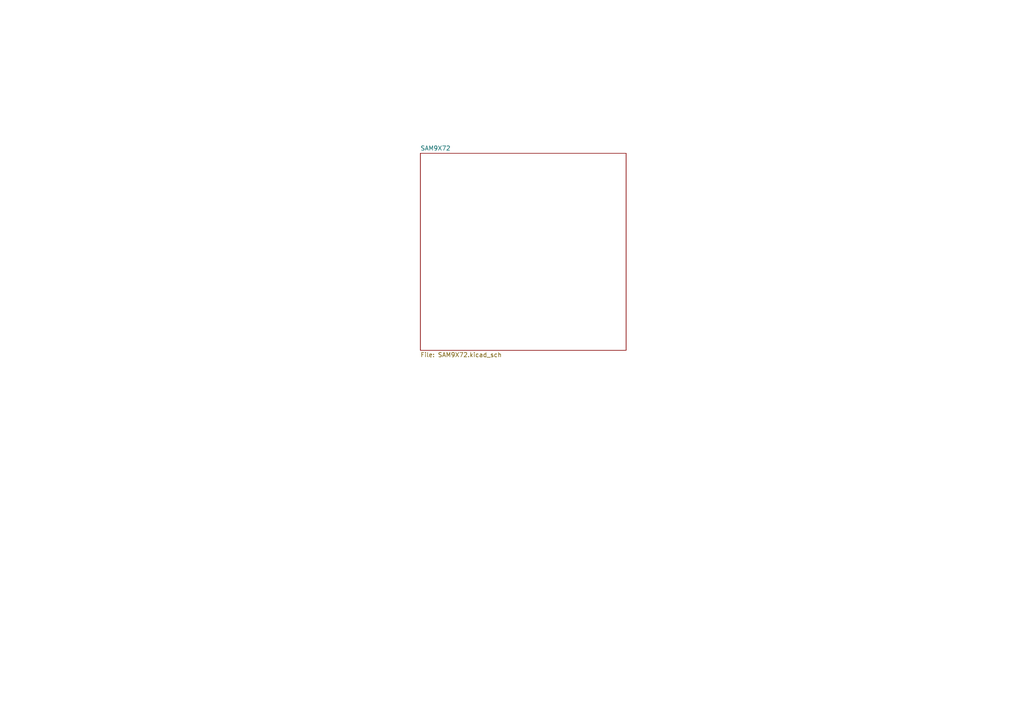
<source format=kicad_sch>
(kicad_sch
	(version 20250114)
	(generator "eeschema")
	(generator_version "9.0")
	(uuid "40e2b5e1-2816-4200-b130-67ad268a29b4")
	(paper "A4")
	(title_block
		(title "Budget MPU")
		(rev "A")
	)
	(lib_symbols)
	(sheet
		(at 121.92 44.45)
		(size 59.69 57.15)
		(exclude_from_sim no)
		(in_bom yes)
		(on_board yes)
		(dnp no)
		(fields_autoplaced yes)
		(stroke
			(width 0.1524)
			(type solid)
		)
		(fill
			(color 0 0 0 0.0000)
		)
		(uuid "efd0d231-1d1c-4f26-9f53-a4af3c50ca3b")
		(property "Sheetname" "SAM9X72"
			(at 121.92 43.7384 0)
			(effects
				(font
					(size 1.27 1.27)
				)
				(justify left bottom)
			)
		)
		(property "Sheetfile" "SAM9X72.kicad_sch"
			(at 121.92 102.1846 0)
			(effects
				(font
					(size 1.27 1.27)
				)
				(justify left top)
			)
		)
		(instances
			(project "BudgetMPU"
				(path "/40e2b5e1-2816-4200-b130-67ad268a29b4"
					(page "2")
				)
			)
		)
	)
	(sheet_instances
		(path "/"
			(page "1")
		)
	)
	(embedded_fonts no)
)

</source>
